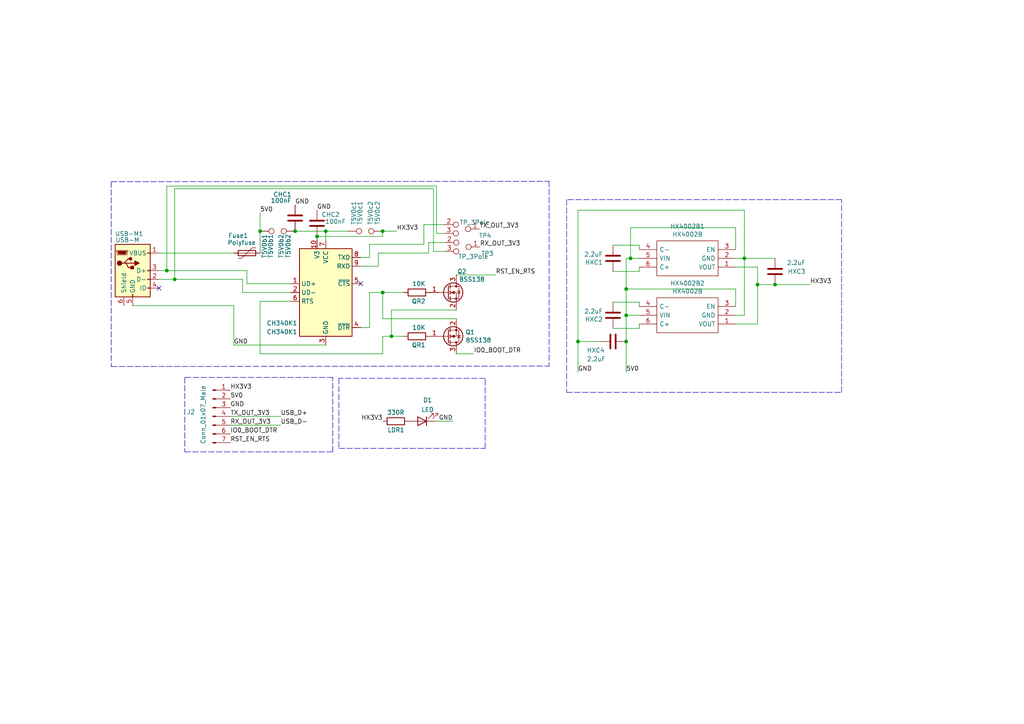
<source format=kicad_sch>
(kicad_sch (version 20211123) (generator eeschema)
  (paper "A4")
  (title_block (title "Smart Device LDAD NANO HX- Prototype Dev. Board") (rev "6.1") (company "AeonLabs") (comment 1 "License CC 2022"))
  (lib_symbols
    (symbol "Connector:Conn_01x07_Male" (pin_names (offset 1.016) hide)
      (property "Reference" "J" (at 0 10.16 0))
      (property "Value" "Conn_01x07_Male" (at 0 -10.16 0))
      (symbol "Conn_01x07_Male_1_1"
        (polyline (pts (xy 1.27 -7.62) (xy 0.8636 -7.62)) (stroke (width 0.1524)))
        (polyline (pts (xy 1.27 -5.08) (xy 0.8636 -5.08)) (stroke (width 0.1524)))
        (polyline (pts (xy 1.27 -2.54) (xy 0.8636 -2.54)) (stroke (width 0.1524)))
        (polyline (pts (xy 1.27 0) (xy 0.8636 0)) (stroke (width 0.1524)))
        (polyline (pts (xy 1.27 2.54) (xy 0.8636 2.54)) (stroke (width 0.1524)))
        (polyline (pts (xy 1.27 5.08) (xy 0.8636 5.08)) (stroke (width 0.1524)))
        (polyline (pts (xy 1.27 7.62) (xy 0.8636 7.62)) (stroke (width 0.1524)))
        (rectangle (start 0.8636 -7.493) (end 0 -7.747) (stroke (width 0.1524)) (fill (type outline)))
        (rectangle (start 0.8636 -4.953) (end 0 -5.207) (stroke (width 0.1524)) (fill (type outline)))
        (rectangle (start 0.8636 -2.413) (end 0 -2.667) (stroke (width 0.1524)) (fill (type outline)))
        (rectangle (start 0.8636 0.127) (end 0 -0.127) (stroke (width 0.1524)) (fill (type outline)))
        (rectangle (start 0.8636 2.667) (end 0 2.413) (stroke (width 0.1524)) (fill (type outline)))
        (rectangle (start 0.8636 5.207) (end 0 4.953) (stroke (width 0.1524)) (fill (type outline)))
        (rectangle (start 0.8636 7.747) (end 0 7.493) (stroke (width 0.1524)) (fill (type outline)))
        (pin passive line (at 5.08 7.62 180) (length 3.81) (name "Pin_1") (number "1"))
        (pin passive line (at 5.08 5.08 180) (length 3.81) (name "Pin_2") (number "2"))
        (pin passive line (at 5.08 2.54 180) (length 3.81) (name "Pin_3") (number "3"))
        (pin passive line (at 5.08 0 180) (length 3.81) (name "Pin_4") (number "4"))
        (pin passive line (at 5.08 -2.54 180) (length 3.81) (name "Pin_5") (number "5"))
        (pin passive line (at 5.08 -5.08 180) (length 3.81) (name "Pin_6") (number "6"))
        (pin passive line (at 5.08 -7.62 180) (length 3.81) (name "Pin_7") (number "7"))
      )
    )
    (symbol "Connector:TestPoint" (pin_numbers hide) (pin_names (offset 0.762) hide)
      (property "Reference" "TP" (at 0 6.858 0))
      (property "Value" "TestPoint" (at 0 5.08 0))
      (symbol "TestPoint_0_1"
        (circle (center 0 3.302) (radius 0.762))
      )
      (symbol "TestPoint_1_1"
        (pin passive line (at 0 0 90) (length 2.54) (name "1") (number "1"))
      )
    )
    (symbol "Connector:TestPoint_3Pole" (pin_names (offset 0.762) hide)
      (property "Reference" "TP" (at 0 4.064 0))
      (property "Value" "TestPoint_3Pole" (at -0.508 -3.302 0))
      (symbol "TestPoint_3Pole_0_1"
        (circle (center -1.778 1.27) (radius 0.762))
        (circle (center 1.778 0) (radius 0.762))
        (circle (center 1.778 2.54) (radius 0.762))
        (pin passive line (at -5.08 1.27 0) (length 2.54) (name "1") (number "1"))
        (pin passive line (at 5.08 0 180) (length 2.54) (name "2") (number "2"))
        (pin passive line (at 5.08 2.54 180) (length 2.54) (name "3") (number "3"))
      )
    )
    (symbol "Connector:USB_B_Micro" (pin_names (offset 1.016))
      (property "Reference" "J" (at -5.08 11.43 0))
      (property "Value" "USB_B_Micro" (at -5.08 8.89 0))
      (symbol "USB_B_Micro_0_1"
        (rectangle (start -5.08 -7.62) (end 5.08 7.62) (stroke (width 0.254)) (fill (type background)))
        (circle (center -3.81 2.159) (radius 0.635) (stroke (width 0.254)) (fill (type outline)))
        (circle (center -0.635 3.429) (radius 0.381) (stroke (width 0.254)) (fill (type outline)))
        (rectangle (start -0.127 -7.62) (end 0.127 -6.858))
        (polyline (pts (xy -1.905 2.159) (xy 0.635 2.159)) (stroke (width 0.254)))
        (polyline (pts (xy -3.175 2.159) (xy -2.54 2.159) (xy -1.27 3.429) (xy -0.635 3.429)) (stroke (width 0.254)))
        (polyline (pts (xy -2.54 2.159) (xy -1.905 2.159) (xy -1.27 0.889) (xy 0 0.889)) (stroke (width 0.254)))
        (polyline (pts (xy 0.635 2.794) (xy 0.635 1.524) (xy 1.905 2.159) (xy 0.635 2.794)) (stroke (width 0.254)) (fill (type outline)))
        (polyline (pts (xy -4.318 5.588) (xy -1.778 5.588) (xy -2.032 4.826) (xy -4.064 4.826) (xy -4.318 5.588)) (fill (type outline)))
        (polyline (pts (xy -4.699 5.842) (xy -4.699 5.588) (xy -4.445 4.826) (xy -4.445 4.572) (xy -1.651 4.572) (xy -1.651 4.826) (xy -1.397 5.588) (xy -1.397 5.842) (xy -4.699 5.842)))
        (rectangle (start 0.254 1.27) (end -0.508 0.508) (stroke (width 0.254)) (fill (type outline)))
        (rectangle (start 5.08 -5.207) (end 4.318 -4.953))
        (rectangle (start 5.08 -2.667) (end 4.318 -2.413))
        (rectangle (start 5.08 -0.127) (end 4.318 0.127))
        (rectangle (start 5.08 4.953) (end 4.318 5.207))
      )
      (symbol "USB_B_Micro_1_1"
        (pin power_out line (at 7.62 5.08 180) (length 2.54) (name "VBUS") (number "1"))
        (pin bidirectional line (at 7.62 -2.54 180) (length 2.54) (name "D-") (number "2"))
        (pin bidirectional line (at 7.62 0 180) (length 2.54) (name "D+") (number "3"))
        (pin passive line (at 7.62 -5.08 180) (length 2.54) (name "ID") (number "4"))
        (pin power_out line (at 0 -10.16 90) (length 2.54) (name "GND") (number "5"))
        (pin passive line (at -2.54 -10.16 90) (length 2.54) (name "Shield") (number "6"))
      )
    )
    (symbol "Device:C" (pin_numbers hide) (pin_names (offset 0.254))
      (property "Reference" "C" (at 0.635 2.54 0))
      (property "Value" "C" (at 0.635 -2.54 0))
      (symbol "C_0_1"
        (polyline (pts (xy -2.032 -0.762) (xy 2.032 -0.762)) (stroke (width 0.508)))
        (polyline (pts (xy -2.032 0.762) (xy 2.032 0.762)) (stroke (width 0.508)))
      )
      (symbol "C_1_1"
        (pin passive line (at 0 3.81 270) (length 2.794) (name "~") (number "1"))
        (pin passive line (at 0 -3.81 90) (length 2.794) (name "~") (number "2"))
      )
    )
    (symbol "Device:LED" (pin_numbers hide) (pin_names (offset 1.016) hide)
      (property "Reference" "D" (at 0 2.54 0))
      (property "Value" "LED" (at 0 -2.54 0))
      (symbol "LED_0_1"
        (polyline (pts (xy -1.27 -1.27) (xy -1.27 1.27)) (stroke (width 0.254)))
        (polyline (pts (xy -1.27 0) (xy 1.27 0)))
        (polyline (pts (xy 1.27 -1.27) (xy 1.27 1.27) (xy -1.27 0) (xy 1.27 -1.27)) (stroke (width 0.254)))
        (polyline (pts (xy -3.048 -0.762) (xy -4.572 -2.286) (xy -3.81 -2.286) (xy -4.572 -2.286) (xy -4.572 -1.524)))
        (polyline (pts (xy -1.778 -0.762) (xy -3.302 -2.286) (xy -2.54 -2.286) (xy -3.302 -2.286) (xy -3.302 -1.524)))
      )
      (symbol "LED_1_1"
        (pin passive line (at -3.81 0 0) (length 2.54) (name "K") (number "1"))
        (pin passive line (at 3.81 0 180) (length 2.54) (name "A") (number "2"))
      )
    )
    (symbol "Device:Polyfuse" (pin_numbers hide) (pin_names (offset 0))
      (property "Reference" "F" (at -2.54 0 90))
      (property "Value" "Polyfuse" (at 2.54 0 90))
      (symbol "Polyfuse_0_1"
        (rectangle (start -0.762 2.54) (end 0.762 -2.54) (stroke (width 0.254)))
        (polyline (pts (xy 0 2.54) (xy 0 -2.54)))
        (polyline (pts (xy -1.524 2.54) (xy -1.524 1.524) (xy 1.524 -1.524) (xy 1.524 -2.54)))
      )
      (symbol "Polyfuse_1_1"
        (pin passive line (at 0 3.81 270) (length 1.27) (name "~") (number "1"))
        (pin passive line (at 0 -3.81 90) (length 1.27) (name "~") (number "2"))
      )
    )
    (symbol "Device:R" (pin_numbers hide) (pin_names (offset 0))
      (property "Reference" "R" (at 2.032 0 90))
      (property "Value" "R" (at 0 0 90))
      (symbol "R_0_1"
        (rectangle (start -1.016 -2.54) (end 1.016 2.54) (stroke (width 0.254)))
      )
      (symbol "R_1_1"
        (pin passive line (at 0 3.81 270) (length 1.27) (name "~") (number "1"))
        (pin passive line (at 0 -3.81 90) (length 1.27) (name "~") (number "2"))
      )
    )
    (symbol "HX4002:HX4002" (pin_names (offset 0.762))
      (property "Reference" "IC" (at 24.13 7.62 0))
      (property "Value" "HX4002_HX4002" (at 24.13 5.08 0))
      (symbol "HX4002_0_0"
        (pin passive line (at 0 0 0) (length 5.08) (name "VOUT") (number "1"))
        (pin passive line (at 0 -2.54 0) (length 5.08) (name "GND") (number "2"))
        (pin passive line (at 0 -5.08 0) (length 5.08) (name "EN") (number "3"))
        (pin passive line (at 27.94 -5.08 180) (length 5.08) (name "C-") (number "4"))
        (pin passive line (at 27.94 -2.54 180) (length 5.08) (name "VIN") (number "5"))
        (pin passive line (at 27.94 0 180) (length 5.08) (name "C+") (number "6"))
      )
      (symbol "HX4002_0_1"
        (polyline (pts (xy 5.08 2.54) (xy 22.86 2.54) (xy 22.86 -7.62) (xy 5.08 -7.62) (xy 5.08 2.54)) (stroke (width 0.1524)))
      )
    )
    (symbol "Interface_USB:CH340K"
      (property "Reference" "U" (at -5.08 13.97 0))
      (property "Value" "Interface_USB_CH340K" (at 1.27 13.97 0))
      (symbol "CH340K_0_1"
        (rectangle (start -7.62 12.7) (end 7.62 -12.7) (stroke (width 0.254)) (fill (type background)))
      )
      (symbol "CH340K_1_1"
        (pin bidirectional line (at -10.16 2.54 0) (length 2.54) (name "UD+") (number "1"))
        (pin passive line (at -2.54 15.24 270) (length 2.54) (name "V3") (number "10"))
        (pin bidirectional line (at -10.16 0 0) (length 2.54) (name "UD-") (number "2"))
        (pin power_in line (at 0 -15.24 90) (length 2.54) (name "GND") (number "3"))
        (pin output line (at 10.16 -10.16 180) (length 2.54) (name "~{DTR}") (number "4"))
        (pin input line (at 10.16 2.54 180) (length 2.54) (name "~{CTS}") (number "5"))
        (pin output line (at -10.16 -2.54 0) (length 2.54) (name "RTS") (number "6"))
        (pin power_in line (at 0 15.24 270) (length 2.54) (name "VCC") (number "7"))
        (pin output line (at 10.16 10.16 180) (length 2.54) (name "TXD") (number "8"))
        (pin input line (at 10.16 7.62 180) (length 2.54) (name "RXD") (number "9"))
      )
    )
    (symbol "Transistor_FET:BSS138" (pin_names hide)
      (property "Reference" "Q" (at 5.08 1.905 0))
      (property "Value" "BSS138" (at 5.08 0 0))
      (symbol "BSS138_0_1"
        (polyline (pts (xy 0.254 0) (xy -2.54 0)))
        (polyline (pts (xy 0.254 1.905) (xy 0.254 -1.905)) (stroke (width 0.254)))
        (polyline (pts (xy 0.762 -1.27) (xy 0.762 -2.286)) (stroke (width 0.254)))
        (polyline (pts (xy 0.762 0.508) (xy 0.762 -0.508)) (stroke (width 0.254)))
        (polyline (pts (xy 0.762 2.286) (xy 0.762 1.27)) (stroke (width 0.254)))
        (polyline (pts (xy 2.54 2.54) (xy 2.54 1.778)))
        (polyline (pts (xy 2.54 -2.54) (xy 2.54 0) (xy 0.762 0)))
        (polyline (pts (xy 0.762 -1.778) (xy 3.302 -1.778) (xy 3.302 1.778) (xy 0.762 1.778)))
        (polyline (pts (xy 1.016 0) (xy 2.032 0.381) (xy 2.032 -0.381) (xy 1.016 0)) (fill (type outline)))
        (polyline (pts (xy 2.794 0.508) (xy 2.921 0.381) (xy 3.683 0.381) (xy 3.81 0.254)))
        (polyline (pts (xy 3.302 0.381) (xy 2.921 -0.254) (xy 3.683 -0.254) (xy 3.302 0.381)))
        (circle (center 1.651 0) (radius 2.794) (stroke (width 0.254)))
        (circle (center 2.54 -1.778) (radius 0.254) (fill (type outline)))
        (circle (center 2.54 1.778) (radius 0.254) (fill (type outline)))
      )
      (symbol "BSS138_1_1"
        (pin input line (at -5.08 0 0) (length 2.54) (name "G") (number "1"))
        (pin passive line (at 2.54 -5.08 90) (length 2.54) (name "S") (number "2"))
        (pin passive line (at 2.54 5.08 270) (length 2.54) (name "D") (number "3"))
      )
    )
  )
  (junction (at 181.61 83.82))
  (junction (at 182.88 74.93))
  (junction (at 50.673 81.026))
  (junction (at 219.71 82.55))
  (junction (at 48.387 78.486))
  (junction (at 110.998 84.836))
  (junction (at 94.488 67.056))
  (junction (at 113.538 97.536))
  (junction (at 181.61 91.44))
  (junction (at 75.438 67.056))
  (junction (at 181.61 99.06))
  (junction (at 224.79 82.55))
  (junction (at 110.998 67.056))
  (junction (at 85.598 67.056))
  (junction (at 91.948 68.58))
  (junction (at 215.9 74.93))
  (junction (at 167.64 99.06))
  (no_connect (at 46.101 83.566))
  (no_connect (at 104.648 82.296))
  (wire (pts (xy 185.42 87.63) (xy 177.8 87.63)))
  (wire (pts (xy 213.36 83.82) (xy 213.36 88.9)))
  (wire (pts (xy 50.673 81.026) (xy 70.358 81.026)))
  (polyline (pts (xy 98.298 109.728) (xy 98.298 130.048)))
  (wire (pts (xy 75.438 61.722) (xy 75.438 67.056)))
  (wire (pts (xy 122.936 65.151) (xy 128.905 65.151)))
  (wire (pts (xy 67.818 88.646) (xy 67.818 100.076)))
  (wire (pts (xy 181.61 91.44) (xy 181.61 99.06)))
  (wire (pts (xy 70.358 81.026) (xy 70.358 84.836)))
  (wire (pts (xy 182.88 66.04) (xy 213.36 66.04)))
  (wire (pts (xy 167.64 99.06) (xy 167.64 107.95)))
  (wire (pts (xy 48.387 53.975) (xy 48.387 78.486)))
  (polyline (pts (xy 32.258 52.705) (xy 159.258 52.578)))
  (wire (pts (xy 132.334 79.756) (xy 143.764 79.756)))
  (wire (pts (xy 182.88 74.93) (xy 182.88 66.04)))
  (wire (pts (xy 181.61 83.82) (xy 181.61 74.93)))
  (polyline (pts (xy 98.298 130.048) (xy 140.716 130.048)))
  (wire (pts (xy 167.64 60.96) (xy 167.64 99.06)))
  (wire (pts (xy 110.998 92.456) (xy 132.334 92.456)))
  (wire (pts (xy 94.488 67.056) (xy 100.838 67.056)))
  (wire (pts (xy 109.728 73.406) (xy 124.333 73.406)))
  (wire (pts (xy 132.334 102.616) (xy 137.414 102.616)))
  (wire (pts (xy 125.73 54.737) (xy 50.673 54.737)))
  (wire (pts (xy 110.998 97.536) (xy 113.538 97.536)))
  (wire (pts (xy 126.238 122.174) (xy 131.318 122.174)))
  (wire (pts (xy 107.188 74.676) (xy 104.648 74.676)))
  (wire (pts (xy 185.42 95.25) (xy 177.8 95.25)))
  (wire (pts (xy 107.188 70.866) (xy 122.936 70.866)))
  (wire (pts (xy 213.36 66.04) (xy 213.36 72.39)))
  (wire (pts (xy 109.728 77.216) (xy 109.728 73.406)))
  (polyline (pts (xy 244.094 113.792) (xy 244.094 57.912)))
  (polyline (pts (xy 53.594 109.474) (xy 53.594 131.064)))
  (wire (pts (xy 129.032 72.898) (xy 125.73 72.898)))
  (wire (pts (xy 110.998 67.056) (xy 110.998 68.58)))
  (wire (pts (xy 110.998 84.836) (xy 117.094 84.836)))
  (polyline (pts (xy 32.258 106.299) (xy 159.258 106.172)))
  (wire (pts (xy 219.71 93.98) (xy 213.36 93.98)))
  (wire (pts (xy 219.71 82.55) (xy 224.79 82.55)))
  (wire (pts (xy 107.188 70.866) (xy 107.188 74.676)))
  (wire (pts (xy 70.358 84.836) (xy 84.328 84.836)))
  (wire (pts (xy 48.387 78.486) (xy 71.628 78.486)))
  (wire (pts (xy 213.36 74.93) (xy 215.9 74.93)))
  (wire (pts (xy 71.628 78.486) (xy 71.628 82.296)))
  (wire (pts (xy 126.619 67.691) (xy 126.619 53.975)))
  (wire (pts (xy 213.36 77.47) (xy 219.71 77.47)))
  (wire (pts (xy 185.42 71.12) (xy 177.8 71.12)))
  (wire (pts (xy 107.188 84.836) (xy 110.998 84.836)))
  (polyline (pts (xy 96.52 109.474) (xy 53.594 109.474)))
  (wire (pts (xy 104.648 77.216) (xy 109.728 77.216)))
  (wire (pts (xy 215.9 60.96) (xy 167.64 60.96)))
  (wire (pts (xy 75.438 87.376) (xy 75.438 102.616)))
  (wire (pts (xy 126.619 53.975) (xy 48.387 53.975)))
  (wire (pts (xy 94.488 69.596) (xy 94.488 67.056)))
  (wire (pts (xy 185.42 93.98) (xy 185.42 95.25)))
  (wire (pts (xy 185.42 91.44) (xy 181.61 91.44)))
  (wire (pts (xy 84.328 87.376) (xy 75.438 87.376)))
  (wire (pts (xy 128.905 67.691) (xy 126.619 67.691)))
  (wire (pts (xy 124.333 70.358) (xy 124.333 73.406)))
  (wire (pts (xy 181.61 91.44) (xy 181.61 83.82)))
  (wire (pts (xy 71.628 82.296) (xy 84.328 82.296)))
  (wire (pts (xy 181.61 107.95) (xy 181.61 99.06)))
  (wire (pts (xy 110.998 67.056) (xy 115.062 67.056)))
  (wire (pts (xy 46.101 81.026) (xy 50.673 81.026)))
  (wire (pts (xy 94.488 100.076) (xy 67.818 100.076)))
  (polyline (pts (xy 32.258 52.705) (xy 32.258 106.299)))
  (wire (pts (xy 113.538 97.536) (xy 113.538 89.916)))
  (wire (pts (xy 185.42 72.39) (xy 185.42 71.12)))
  (wire (pts (xy 181.61 74.93) (xy 182.88 74.93)))
  (wire (pts (xy 185.42 78.74) (xy 177.8 78.74)))
  (wire (pts (xy 215.9 91.44) (xy 213.36 91.44)))
  (wire (pts (xy 113.538 89.916) (xy 132.334 89.916)))
  (polyline (pts (xy 164.338 113.792) (xy 244.094 113.792)))
  (wire (pts (xy 219.71 82.55) (xy 219.71 93.98)))
  (wire (pts (xy 107.188 94.996) (xy 104.648 94.996)))
  (polyline (pts (xy 244.094 57.912) (xy 164.338 57.912)))
  (wire (pts (xy 107.188 84.836) (xy 107.188 94.996)))
  (wire (pts (xy 122.936 70.866) (xy 122.936 65.151)))
  (wire (pts (xy 38.481 88.646) (xy 67.818 88.646)))
  (wire (pts (xy 85.598 67.056) (xy 94.488 67.056)))
  (wire (pts (xy 215.9 74.93) (xy 215.9 91.44)))
  (wire (pts (xy 125.73 72.898) (xy 125.73 54.737)))
  (wire (pts (xy 219.71 77.47) (xy 219.71 82.55)))
  (wire (pts (xy 215.9 60.96) (xy 215.9 74.93)))
  (polyline (pts (xy 96.52 131.064) (xy 96.52 109.474)))
  (wire (pts (xy 113.538 97.536) (xy 117.094 97.536)))
  (wire (pts (xy 46.101 73.406) (xy 67.818 73.406)))
  (wire (pts (xy 66.802 120.777) (xy 81.407 120.777)))
  (wire (pts (xy 181.61 83.82) (xy 213.36 83.82)))
  (polyline (pts (xy 53.594 131.064) (xy 96.52 131.064)))
  (wire (pts (xy 50.673 54.737) (xy 50.673 81.026)))
  (polyline (pts (xy 140.716 130.048) (xy 140.716 109.728)))
  (wire (pts (xy 91.948 69.596) (xy 91.948 68.58)))
  (wire (pts (xy 110.998 102.616) (xy 110.998 97.536)))
  (wire (pts (xy 182.88 74.93) (xy 185.42 74.93)))
  (wire (pts (xy 215.9 74.93) (xy 224.79 74.93)))
  (wire (pts (xy 75.438 102.616) (xy 110.998 102.616)))
  (wire (pts (xy 66.802 123.317) (xy 81.407 123.317)))
  (wire (pts (xy 224.79 82.55) (xy 234.95 82.55)))
  (wire (pts (xy 185.42 77.47) (xy 185.42 78.74)))
  (polyline (pts (xy 164.338 57.912) (xy 164.338 113.792)))
  (polyline (pts (xy 159.258 52.578) (xy 159.258 106.172)))
  (wire (pts (xy 110.998 92.456) (xy 110.998 84.836)))
  (wire (pts (xy 46.101 78.486) (xy 48.387 78.486)))
  (wire (pts (xy 75.438 67.056) (xy 75.438 73.406)))
  (wire (pts (xy 91.948 68.58) (xy 110.998 68.58)))
  (wire (pts (xy 129.032 70.358) (xy 124.333 70.358)))
  (polyline (pts (xy 140.716 109.728) (xy 98.298 109.728)))
  (wire (pts (xy 185.42 88.9) (xy 185.42 87.63)))
  (wire (pts (xy 173.99 99.06) (xy 167.64 99.06)))
  (label "5V0" (at 75.438 61.722 0))
  (label "GND" (at 91.948 60.96 0))
  (label "HX3V3" (at 110.998 122.174 180))
  (label "5V0" (at 181.61 107.95 0))
  (label "RST_EN_RTS" (at 66.802 128.397 0))
  (label "GND" (at 85.598 59.436 0))
  (label "RX_OUT_3V3" (at 139.192 71.628 0))
  (label "GND" (at 167.64 107.95 0))
  (label "RST_EN_RTS" (at 143.764 79.756 0))
  (label "5V0" (at 66.802 115.697 0))
  (label "GND" (at 67.818 100.076 0))
  (label "USB_D+" (at 81.407 120.777 0))
  (label "GND" (at 66.802 118.237 0))
  (label "IO0_BOOT_DTR" (at 137.414 102.616 0))
  (label "USB_D-" (at 81.407 123.317 0))
  (label "GND" (at 131.318 122.174 180))
  (label "TX_OUT_3V3" (at 139.065 66.421 0))
  (label "HX3V3" (at 234.95 82.55 0))
  (label "RX_OUT_3V3" (at 66.802 123.317 0))
  (label "TX_OUT_3V3" (at 66.802 120.777 0))
  (label "HX3V3" (at 66.802 113.157 0))
  (label "IO0_BOOT_DTR" (at 66.802 125.857 0))
  (label "HX3V3" (at 115.062 67.056 0))
  (symbol (lib_id "HX4002:HX4002") (at 213.36 93.98 180) (unit 1)
    (property "Reference" "HX4002B2" (at 199.39 82.169 0))
    (property "Value" "HX4002B" (at 199.39 84.4804 0))
    (property "Footprint" "AeonLabs:HX4002 SOT95 P280X125-6N" (effects hide))
    (property "Datasheet" "http://www.jiecx.com/files856985665897965/productpdf/2013-7-5/545010255.pdf" (effects hide))
    (property "Description" "Low Noise Regulated Charge Pump in SOT23-6" (effects hide))
    (property "Height" "1.25" (effects hide))
    (property "Manufacturer_Name" "HEXIN" (effects hide))
    (property "Manufacturer_Part_Number" "HX4002" (effects hide))
  )
  (symbol (lib_id "Device:C") (at 177.8 91.44 180) (unit 1)
    (property "Reference" "HXC2" (at 174.879 92.6084 0) (effects (justify left)))
    (property "Value" "2.2uF" (at 174.879 90.297 0) (effects (justify left)))
    (property "Footprint" "Capacitor_SMD:C_1206_3216Metric" (effects hide))
  )
  (symbol (lib_id "HX4002:HX4002") (at 213.36 77.47 180) (unit 1)
    (property "Reference" "HX4002B1" (at 199.39 65.659 0))
    (property "Value" "HX4002B" (at 199.39 67.9704 0))
    (property "Footprint" "AeonLabs:HX4002 SOT95 P280X125-6N" (effects hide))
    (property "Datasheet" "http://www.jiecx.com/files856985665897965/productpdf/2013-7-5/545010255.pdf" (effects hide))
    (property "Description" "Low Noise Regulated Charge Pump in SOT23-6" (effects hide))
    (property "Height" "1.25" (effects hide))
    (property "Manufacturer_Name" "HEXIN" (effects hide))
    (property "Manufacturer_Part_Number" "HX4002" (effects hide))
  )
  (symbol (lib_id "Device:C") (at 177.8 99.06 270) (unit 1)
    (property "Reference" "HXC4" (at 170.18 101.6 90) (effects (justify left)))
    (property "Value" "2.2uF" (at 170.18 104.14 90) (effects (justify left)))
    (property "Footprint" "Capacitor_SMD:C_1206_3216Metric" (effects hide))
  )
  (symbol (lib_id "Device:C") (at 224.79 78.74 180) (unit 1)
    (property "Reference" "HXC3" (at 233.68 78.74 0) (effects (justify left)))
    (property "Value" "2.2uF" (at 233.68 76.2 0) (effects (justify left)))
    (property "Footprint" "Capacitor_SMD:C_1206_3216Metric" (effects hide))
  )
  (symbol (lib_id "Device:C") (at 177.8 74.93 180) (unit 1)
    (property "Reference" "HXC1" (at 174.879 76.0984 0) (effects (justify left)))
    (property "Value" "2.2uF" (at 174.879 73.787 0) (effects (justify left)))
    (property "Footprint" "Capacitor_SMD:C_1206_3216Metric" (effects hide))
  )
  (symbol (lib_id "Device:C") (at 91.948 64.77 180) (unit 1)
    (property "Reference" "CHC2" (at 98.552 62.23 0) (effects (justify left)))
    (property "Value" "100nF" (at 100.33 64.262 0) (effects (justify left)))
    (property "Footprint" "Capacitor_SMD:C_1206_3216Metric" (effects hide))
  )
  (symbol (lib_id "Transistor_FET:BSS138") (at 129.794 84.836 0) (unit 1)
    (property "Reference" "Q2" (at 132.588 78.74 0) (effects (justify left)))
    (property "Value" "BSS138" (at 133.096 81.026 0) (effects (justify left)))
    (property "Footprint" "Package_TO_SOT_SMD:SOT-23" (effects hide))
    (property "Datasheet" "https://www.onsemi.com/pub/Collateral/BSS138-D.PDF" (effects hide))
  )
  (symbol (lib_id "Device:LED") (at 122.428 122.174 180) (unit 1)
    (property "Reference" "D1" (at 124.0155 116.0485 0))
    (property "Value" "LED" (at 124.0155 118.8236 0))
    (property "Footprint" "LED_SMD:LED_1206_3216Metric" (effects hide))
  )
  (symbol (lib_id "Interface_USB:CH340K") (at 94.488 84.836 0) (unit 1)
    (property "Reference" "CH340K1" (at 81.788 93.726 0))
    (property "Value" "CH340K1" (at 81.788 96.266 0))
    (property "Footprint" "Package_SO:SSOP-10_3.9x4.9mm_P1.00mm" (effects hide))
    (property "Datasheet" "https://www.mpja.com/download/35227cpdata.pdf" (effects hide))
  )
  (symbol (lib_id "Connector:USB_B_Micro") (at 38.481 78.486 0) (unit 1)
    (property "Reference" "USB-M1" (at 37.465 67.818 0))
    (property "Value" "USB-M" (at 36.957 69.596 0))
    (property "Footprint" "AeonLabs:Micro_USB_pcb_socket_5pin_4weld_points" (effects hide))
  )
  (symbol (lib_id "Device:C") (at 85.598 63.246 180) (unit 1)
    (property "Reference" "CHC1" (at 84.582 56.388 0) (effects (justify left)))
    (property "Value" "100nF" (at 84.582 58.166 0) (effects (justify left)))
    (property "Footprint" "Capacitor_SMD:C_1206_3216Metric" (effects hide))
  )
  (symbol (lib_id "Device:R") (at 120.904 84.836 90) (unit 1)
    (property "Reference" "QR2" (at 123.444 87.376 90) (effects (justify left)))
    (property "Value" "10K" (at 123.444 82.296 90) (effects (justify left)))
    (property "Footprint" "Resistor_SMD:R_0805_2012Metric_Pad1.20x1.40mm_HandSolder" (effects hide))
  )
  (symbol (lib_id "Connector:Conn_01x07_Male") (at 61.722 120.777 0) (unit 1)
    (property "Reference" "J2" (at 55.372 119.507 0))
    (property "Value" "Conn_01x07_Male" (at 58.928 120.269 90))
    (property "Footprint" "Connector_PinHeader_2.54mm:PinHeader_1x07_P2.54mm_Horizontal" (effects hide))
  )
  (symbol (lib_id "Connector:TestPoint") (at 100.838 67.056 270) (unit 1)
    (property "Reference" "T5V0c1" (at 102.616 65.278 0) (effects (justify right)))
    (property "Value" "T5V0c1" (at 104.394 65.278 0) (effects (justify right)))
    (property "Footprint" "TestPoint:TestPoint_Pad_2.0x2.0mm" (effects hide))
  )
  (symbol (lib_id "Device:R") (at 120.904 97.536 90) (unit 1)
    (property "Reference" "QR1" (at 123.444 100.076 90) (effects (justify left)))
    (property "Value" "10K" (at 123.444 94.996 90) (effects (justify left)))
    (property "Footprint" "Resistor_SMD:R_0805_2012Metric_Pad1.20x1.40mm_HandSolder" (effects hide))
  )
  (symbol (lib_id "Device:R") (at 114.808 122.174 90) (unit 1)
    (property "Reference" "LDR1" (at 117.348 124.714 90) (effects (justify left)))
    (property "Value" "330R" (at 117.348 119.634 90) (effects (justify left)))
    (property "Footprint" "Resistor_SMD:R_0805_2012Metric_Pad1.20x1.40mm_HandSolder" (effects hide))
  )
  (symbol (lib_id "Connector:TestPoint") (at 85.598 67.056 90) (unit 1)
    (property "Reference" "T5V0b2" (at 81.534 74.93 0) (effects (justify left)))
    (property "Value" "T5V0b2" (at 83.566 74.93 0) (effects (justify left)))
    (property "Footprint" "TestPoint:TestPoint_Pad_2.0x2.0mm" (effects hide))
  )
  (symbol (lib_id "Connector:TestPoint_3Pole") (at 134.112 70.358 180) (unit 1)
    (property "Reference" "TP3" (at 141.351 73.533 0))
    (property "Value" "TP_3Pole" (at 137.287 74.422 0))
    (property "Footprint" "TestPoint:TestPoint_Pad_1.5mm 3 points" (effects hide))
  )
  (symbol (lib_id "Device:Polyfuse") (at 71.628 73.406 270) (unit 1)
    (property "Reference" "Fuse1" (at 69.088 68.326 90))
    (property "Value" "Polyfuse" (at 70.104 70.358 90))
    (property "Footprint" "Fuse:Fuse_1206_3216Metric" (effects hide))
  )
  (symbol (lib_id "Connector:TestPoint") (at 110.998 67.056 90) (unit 1)
    (property "Reference" "T5V0c2" (at 107.442 65.278 0) (effects (justify left)))
    (property "Value" "T5V0c2" (at 109.474 65.278 0) (effects (justify left)))
    (property "Footprint" "TestPoint:TestPoint_Pad_2.0x2.0mm" (effects hide))
  )
  (symbol (lib_id "Connector:TestPoint_3Pole") (at 133.985 65.151 180) (unit 1)
    (property "Reference" "TP4" (at 140.716 68.326 0))
    (property "Value" "TP_3Pole" (at 137.668 64.516 0))
    (property "Footprint" "TestPoint:TestPoint_Pad_1.5mm 3 points" (effects hide))
  )
  (symbol (lib_id "Transistor_FET:BSS138") (at 129.794 97.536 0) (mirror x) (unit 1)
    (property "Reference" "Q1" (at 134.9756 96.3676 0) (effects (justify left)))
    (property "Value" "BSS138" (at 134.9756 98.679 0) (effects (justify left)))
    (property "Footprint" "Package_TO_SOT_SMD:SOT-23" (effects hide))
    (property "Datasheet" "https://www.onsemi.com/pub/Collateral/BSS138-D.PDF" (effects hide))
  )
  (symbol (lib_id "Connector:TestPoint") (at 75.438 67.056 270) (unit 1)
    (property "Reference" "T5V0b1" (at 76.708 74.93 0) (effects (justify right)))
    (property "Value" "T5V0b1" (at 78.486 74.93 0) (effects (justify right)))
    (property "Footprint" "TestPoint:TestPoint_Pad_2.0x2.0mm" (effects hide))
  )
)
</source>
